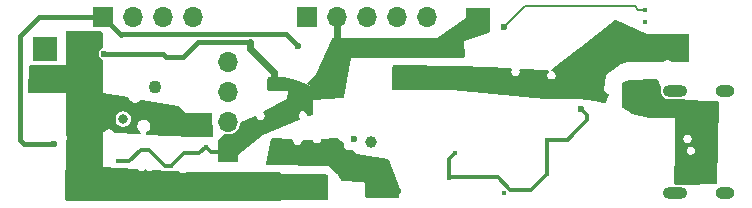
<source format=gbr>
%TF.GenerationSoftware,KiCad,Pcbnew,9.0.0*%
%TF.CreationDate,2025-05-19T18:24:25+02:00*%
%TF.ProjectId,CYPD3177_3.3V_V2_+_OLED,43595044-3331-4373-975f-332e33565f56,rev?*%
%TF.SameCoordinates,Original*%
%TF.FileFunction,Copper,L3,Inr*%
%TF.FilePolarity,Positive*%
%FSLAX46Y46*%
G04 Gerber Fmt 4.6, Leading zero omitted, Abs format (unit mm)*
G04 Created by KiCad (PCBNEW 9.0.0) date 2025-05-19 18:24:25*
%MOMM*%
%LPD*%
G01*
G04 APERTURE LIST*
G04 Aperture macros list*
%AMRoundRect*
0 Rectangle with rounded corners*
0 $1 Rounding radius*
0 $2 $3 $4 $5 $6 $7 $8 $9 X,Y pos of 4 corners*
0 Add a 4 corners polygon primitive as box body*
4,1,4,$2,$3,$4,$5,$6,$7,$8,$9,$2,$3,0*
0 Add four circle primitives for the rounded corners*
1,1,$1+$1,$2,$3*
1,1,$1+$1,$4,$5*
1,1,$1+$1,$6,$7*
1,1,$1+$1,$8,$9*
0 Add four rect primitives between the rounded corners*
20,1,$1+$1,$2,$3,$4,$5,0*
20,1,$1+$1,$4,$5,$6,$7,0*
20,1,$1+$1,$6,$7,$8,$9,0*
20,1,$1+$1,$8,$9,$2,$3,0*%
G04 Aperture macros list end*
%TA.AperFunction,ComponentPad*%
%ADD10C,0.800000*%
%TD*%
%TA.AperFunction,ComponentPad*%
%ADD11C,1.100000*%
%TD*%
%TA.AperFunction,ComponentPad*%
%ADD12R,1.700000X1.700000*%
%TD*%
%TA.AperFunction,ComponentPad*%
%ADD13O,1.700000X1.700000*%
%TD*%
%TA.AperFunction,ComponentPad*%
%ADD14RoundRect,0.250001X-0.799999X0.799999X-0.799999X-0.799999X0.799999X-0.799999X0.799999X0.799999X0*%
%TD*%
%TA.AperFunction,ComponentPad*%
%ADD15C,2.100000*%
%TD*%
%TA.AperFunction,ComponentPad*%
%ADD16C,0.650000*%
%TD*%
%TA.AperFunction,HeatsinkPad*%
%ADD17O,2.100000X1.000000*%
%TD*%
%TA.AperFunction,HeatsinkPad*%
%ADD18O,1.600000X1.000000*%
%TD*%
%TA.AperFunction,ViaPad*%
%ADD19C,1.000000*%
%TD*%
%TA.AperFunction,ViaPad*%
%ADD20C,0.600000*%
%TD*%
%TA.AperFunction,ViaPad*%
%ADD21C,0.400000*%
%TD*%
%TA.AperFunction,Conductor*%
%ADD22C,0.400000*%
%TD*%
%TA.AperFunction,Conductor*%
%ADD23C,0.300000*%
%TD*%
%TA.AperFunction,Conductor*%
%ADD24C,0.600000*%
%TD*%
%TA.AperFunction,Conductor*%
%ADD25C,0.200000*%
%TD*%
G04 APERTURE END LIST*
D10*
%TO.N,*%
%TO.C,SW1*%
X109616497Y-89933503D03*
D11*
X112303503Y-87246497D03*
%TD*%
D12*
%TO.N,/Logic/UPDI*%
%TO.C,J7*%
X125215000Y-81260000D03*
D13*
%TO.N,+5V*%
X127755000Y-81260000D03*
%TO.N,GND*%
X130295000Y-81260000D03*
%TO.N,/Logic/RX*%
X132835000Y-81260000D03*
%TO.N,/Logic/TX*%
X135375000Y-81260000D03*
%TD*%
D14*
%TO.N,GND*%
%TO.C,J2*%
X103000000Y-84000000D03*
D15*
%TO.N,/Logic/Rail_2*%
X103000000Y-86540000D03*
%TD*%
D16*
%TO.N,/Power/VBUS*%
%TO.C,J1*%
X156865000Y-94750000D03*
X156865000Y-88970000D03*
D17*
%TO.N,GND*%
X156365000Y-96180000D03*
D18*
X160545000Y-96180000D03*
D17*
X156365000Y-87540000D03*
D18*
X160545000Y-87540000D03*
%TD*%
D12*
%TO.N,+5V*%
%TO.C,J5*%
X118500000Y-92700000D03*
D13*
%TO.N,GND*%
X118500000Y-90160000D03*
%TO.N,/Logic/SCL*%
X118500000Y-87620000D03*
%TO.N,/Logic/SDA*%
X118500000Y-85080000D03*
%TD*%
D12*
%TO.N,+3.3V*%
%TO.C,J8*%
X107920000Y-81290000D03*
D13*
%TO.N,GND*%
X110460000Y-81290000D03*
%TO.N,/Logic/SCL_3.3v*%
X113000000Y-81290000D03*
%TO.N,/Logic/SDA_3.3v*%
X115540000Y-81290000D03*
%TD*%
D19*
%TO.N,/Logic/Rail_2*%
X106280000Y-85450000D03*
X106300000Y-90510000D03*
D20*
X115830000Y-89820000D03*
%TO.N,+3.3V*%
X103750000Y-92050000D03*
D19*
%TO.N,/Logic/Rail_2_IN*%
X130970000Y-95746000D03*
X132170000Y-95746000D03*
X122720000Y-92120000D03*
%TO.N,/Logic/Rail_2*%
X106310000Y-88000000D03*
%TO.N,/Logic/Rail_2_IN*%
X122400000Y-93160000D03*
D20*
%TO.N,+5V*%
X128400000Y-84250000D03*
D19*
%TO.N,/Power/VBUS_Finale*%
X151400000Y-82200000D03*
D21*
%TO.N,+5V*%
X137170000Y-94900000D03*
D19*
X139700000Y-81225000D03*
D21*
X153800000Y-80680000D03*
D20*
X123000000Y-87030000D03*
D19*
%TO.N,/Power/VBUS_Finale*%
X150175000Y-88050000D03*
D21*
%TO.N,+5V*%
X116620000Y-92275000D03*
D20*
%TO.N,/Logic/Rail_2*%
X116790000Y-89860000D03*
D19*
X105700000Y-82950000D03*
D21*
%TO.N,+5V*%
X145530000Y-91670000D03*
D20*
X141850000Y-82150000D03*
D19*
%TO.N,/Power/VBUS_Finale*%
X156870000Y-83970000D03*
D20*
%TO.N,+5V*%
X139720000Y-82130000D03*
D19*
%TO.N,/Power/VBUS_Finale*%
X135040000Y-86560000D03*
D20*
%TO.N,+5V*%
X122350000Y-86990000D03*
D19*
%TO.N,/Logic/Rail_2*%
X126400000Y-96120000D03*
D20*
%TO.N,+5V*%
X148400000Y-89100396D03*
%TO.N,GND*%
X129150000Y-91650000D03*
D19*
%TO.N,/Power/VBUS*%
X153375000Y-88550000D03*
X153596017Y-87156548D03*
X159000000Y-93750000D03*
D21*
%TO.N,+5V*%
X137680000Y-92800000D03*
D20*
X108025000Y-84400000D03*
D21*
%TO.N,/Logic/Buck_Status*%
X141838905Y-96168203D03*
D19*
%TO.N,/Power/VBUS*%
X158210000Y-88950000D03*
%TO.N,/Logic/Rail_2*%
X106300000Y-93070000D03*
D20*
%TO.N,+5V*%
X129975000Y-84200000D03*
%TO.N,/Logic/Rail_2*%
X125680000Y-95250000D03*
D21*
%TO.N,+5V*%
X109175000Y-93525000D03*
D20*
X125400000Y-87755200D03*
D19*
%TO.N,/Power/VBUS*%
X158230000Y-90070000D03*
%TO.N,GND*%
X130600000Y-91850000D03*
D20*
%TO.N,+3.3V*%
X124380000Y-83760000D03*
D19*
%TO.N,/Logic/Rail_2*%
X125270000Y-96130000D03*
%TO.N,/Power/VBUS_Finale*%
X133280000Y-86510000D03*
D20*
%TO.N,/Logic/Rail_2_IN*%
X123430000Y-93150000D03*
D19*
%TO.N,/Logic/Rail_2*%
X116075000Y-90950000D03*
D20*
%TO.N,/Power/VBUS*%
X152670000Y-87020000D03*
D19*
X158500000Y-94900000D03*
D21*
%TO.N,+5V*%
X113670000Y-93925000D03*
%TO.N,/Logic/Buck_Status*%
X153800000Y-81700000D03*
%TO.N,+5V*%
X120380000Y-83440000D03*
D19*
%TO.N,/Power/VBUS_Finale*%
X154380000Y-83970000D03*
D20*
%TO.N,/Logic/Rail_2_IN*%
X132900000Y-96050000D03*
D21*
%TO.N,+5V*%
X145510000Y-94580000D03*
%TD*%
D22*
%TO.N,+3.3V*%
X101225000Y-92050000D02*
X103750000Y-92050000D01*
X109469000Y-82839000D02*
X109569000Y-82739000D01*
X107920000Y-81290000D02*
X109469000Y-82839000D01*
D23*
%TO.N,+5V*%
X145510000Y-94580000D02*
X144140000Y-95950000D01*
X117045000Y-92700000D02*
X116620000Y-92275000D01*
X148901000Y-90007920D02*
X147729460Y-91179460D01*
X137184909Y-94885091D02*
X137170000Y-94900000D01*
X142398521Y-95950000D02*
X141333612Y-94885091D01*
X113175000Y-93925000D02*
X111769000Y-92519000D01*
X111121768Y-92519000D02*
X110115768Y-93525000D01*
D24*
X120370000Y-83450000D02*
X120380000Y-83440000D01*
X122350000Y-85950000D02*
X120380000Y-83980000D01*
X127755000Y-81260000D02*
X127755000Y-83605000D01*
X120380000Y-83980000D02*
X120380000Y-83440000D01*
D23*
X148901000Y-89592878D02*
X148901000Y-90007920D01*
D25*
X153800000Y-80680000D02*
X153209759Y-80680000D01*
D23*
X147729460Y-91179460D02*
X147238920Y-91670000D01*
X137170000Y-94900000D02*
X137170000Y-93310000D01*
D24*
X122350000Y-86990000D02*
X122350000Y-85950000D01*
D23*
X144140000Y-95950000D02*
X142398521Y-95950000D01*
X118500000Y-92700000D02*
X117045000Y-92700000D01*
X110115768Y-93525000D02*
X109175000Y-93525000D01*
D22*
X114674000Y-84701000D02*
X115935000Y-83440000D01*
D23*
X148408518Y-89100396D02*
X148901000Y-89592878D01*
X113670000Y-93925000D02*
X113175000Y-93925000D01*
D22*
X113251000Y-84701000D02*
X114674000Y-84701000D01*
D24*
X127755000Y-83605000D02*
X128400000Y-84250000D01*
D22*
%TO.N,+3.3V*%
X107920000Y-81290000D02*
X102485000Y-81290000D01*
D23*
%TO.N,+5V*%
X145530000Y-94560000D02*
X145510000Y-94580000D01*
X111769000Y-92519000D02*
X111121768Y-92519000D01*
D22*
%TO.N,+3.3V*%
X123359000Y-82739000D02*
X124380000Y-83760000D01*
X109569000Y-82739000D02*
X123359000Y-82739000D01*
D23*
%TO.N,+5V*%
X145530000Y-91670000D02*
X145530000Y-94560000D01*
D22*
X108025000Y-84400000D02*
X112950000Y-84400000D01*
%TO.N,+3.3V*%
X100900000Y-91725000D02*
X101225000Y-92050000D01*
D25*
%TO.N,+5V*%
X153209759Y-80680000D02*
X152929759Y-80400000D01*
X152929759Y-80400000D02*
X143600000Y-80400000D01*
D22*
%TO.N,+3.3V*%
X102485000Y-81290000D02*
X100900000Y-82875000D01*
%TO.N,+5V*%
X115935000Y-83440000D02*
X120380000Y-83440000D01*
D23*
X137170000Y-93310000D02*
X137680000Y-92800000D01*
X116620000Y-92275000D02*
X116069000Y-92826000D01*
D25*
X143600000Y-80400000D02*
X141850000Y-82150000D01*
D23*
X141333612Y-94885091D02*
X137184909Y-94885091D01*
X147238920Y-91670000D02*
X145530000Y-91670000D01*
D22*
X112950000Y-84400000D02*
X113251000Y-84701000D01*
D23*
X148400000Y-89100396D02*
X148408518Y-89100396D01*
D22*
%TO.N,+3.3V*%
X100900000Y-82875000D02*
X100900000Y-91725000D01*
D23*
%TO.N,+5V*%
X116069000Y-92826000D02*
X114769000Y-92826000D01*
X114769000Y-92826000D02*
X113670000Y-93925000D01*
X137220000Y-94950000D02*
X137170000Y-94900000D01*
%TD*%
%TA.AperFunction,Conductor*%
%TO.N,+5V*%
G36*
X140633519Y-80519685D02*
G01*
X140679274Y-80572489D01*
X140690433Y-80627412D01*
X140638586Y-82511159D01*
X140617064Y-82577631D01*
X140563022Y-82621916D01*
X140553845Y-82625384D01*
X138500000Y-83310000D01*
X138499999Y-83310000D01*
X138516217Y-84614459D01*
X138497368Y-84681738D01*
X138445137Y-84728145D01*
X138392227Y-84740000D01*
X128888823Y-84740000D01*
X128277588Y-88054619D01*
X128246072Y-88116977D01*
X128185846Y-88152398D01*
X128163191Y-88155902D01*
X125803772Y-88299770D01*
X125796225Y-88300000D01*
X125700000Y-88300000D01*
X125700000Y-87200000D01*
X125175813Y-87010208D01*
X125970000Y-86120000D01*
X127257689Y-83144655D01*
X127302382Y-83090951D01*
X127369015Y-83069933D01*
X127371329Y-83069908D01*
X136150000Y-83060000D01*
X138610000Y-81376149D01*
X138610000Y-80624000D01*
X138629685Y-80556961D01*
X138682489Y-80511206D01*
X138734000Y-80500000D01*
X140566480Y-80500000D01*
X140633519Y-80519685D01*
G37*
%TD.AperFunction*%
%TD*%
%TA.AperFunction,Conductor*%
%TO.N,/Power/VBUS_Finale*%
G36*
X151368073Y-81530825D02*
G01*
X153950000Y-82700000D01*
X157401000Y-82700000D01*
X157468039Y-82719685D01*
X157513794Y-82772489D01*
X157525000Y-82824000D01*
X157525000Y-84976000D01*
X157505315Y-85043039D01*
X157452511Y-85088794D01*
X157401000Y-85100000D01*
X156109176Y-85100000D01*
X156042137Y-85080315D01*
X156021495Y-85063681D01*
X156007316Y-85049502D01*
X156007314Y-85049500D01*
X155950250Y-85016554D01*
X155893187Y-84983608D01*
X155829539Y-84966554D01*
X155765892Y-84949500D01*
X155634108Y-84949500D01*
X155506812Y-84983608D01*
X155392686Y-85049500D01*
X155392683Y-85049502D01*
X155378505Y-85063681D01*
X155317182Y-85097166D01*
X155290824Y-85100000D01*
X152274748Y-85100000D01*
X151800000Y-85300000D01*
X151799998Y-85300000D01*
X151799996Y-85300002D01*
X150499999Y-86200000D01*
X150349999Y-87499999D01*
X150350000Y-87500000D01*
X150684535Y-87792719D01*
X150722025Y-87851679D01*
X150721687Y-87921547D01*
X150718420Y-87931054D01*
X150487298Y-88524268D01*
X150444619Y-88579587D01*
X150378808Y-88603051D01*
X150349004Y-88601147D01*
X149536572Y-88449493D01*
X148200000Y-88200000D01*
X148199996Y-88200000D01*
X148199991Y-88199999D01*
X145366219Y-88209978D01*
X145353813Y-88209400D01*
X137420001Y-87440000D01*
X137419992Y-87439999D01*
X132526569Y-87517982D01*
X132459224Y-87499368D01*
X132412634Y-87447300D01*
X132400594Y-87393416D01*
X132405069Y-86440205D01*
X132409414Y-85514701D01*
X132429413Y-85447757D01*
X132482432Y-85402250D01*
X132534697Y-85391292D01*
X138197953Y-85449978D01*
X138202004Y-85450087D01*
X142384424Y-85632171D01*
X142450543Y-85654753D01*
X142493958Y-85709497D01*
X142500884Y-85779023D01*
X142498805Y-85788147D01*
X142482098Y-85850500D01*
X142474500Y-85878856D01*
X142474500Y-85971144D01*
X142484856Y-86009794D01*
X142498387Y-86060290D01*
X142498388Y-86060293D01*
X142544526Y-86140205D01*
X142544529Y-86140209D01*
X142544531Y-86140212D01*
X142609788Y-86205469D01*
X142609791Y-86205470D01*
X142609794Y-86205473D01*
X142689706Y-86251611D01*
X142689707Y-86251611D01*
X142689712Y-86251614D01*
X142778856Y-86275500D01*
X142778858Y-86275500D01*
X142871142Y-86275500D01*
X142871144Y-86275500D01*
X142960288Y-86251614D01*
X143040212Y-86205469D01*
X143105469Y-86140212D01*
X143151614Y-86060288D01*
X143175500Y-85971144D01*
X143175500Y-85878856D01*
X143161722Y-85827435D01*
X143163384Y-85757588D01*
X143202545Y-85699725D01*
X143266774Y-85672220D01*
X143286878Y-85671460D01*
X145540883Y-85769589D01*
X145606998Y-85792170D01*
X145650413Y-85846914D01*
X145657339Y-85916440D01*
X145625577Y-85978673D01*
X145623168Y-85981151D01*
X145594531Y-86009788D01*
X145594526Y-86009794D01*
X145548388Y-86089706D01*
X145548387Y-86089709D01*
X145548386Y-86089711D01*
X145548386Y-86089712D01*
X145534855Y-86140212D01*
X145524500Y-86178856D01*
X145524500Y-86271143D01*
X145548387Y-86360290D01*
X145548388Y-86360293D01*
X145594526Y-86440205D01*
X145594529Y-86440209D01*
X145594531Y-86440212D01*
X145659788Y-86505469D01*
X145659791Y-86505470D01*
X145659794Y-86505473D01*
X145739706Y-86551611D01*
X145739707Y-86551611D01*
X145739712Y-86551614D01*
X145828856Y-86575500D01*
X145828858Y-86575500D01*
X145921142Y-86575500D01*
X145921144Y-86575500D01*
X146010288Y-86551614D01*
X146090212Y-86505469D01*
X146155469Y-86440212D01*
X146201614Y-86360288D01*
X146225500Y-86271144D01*
X146225500Y-86178856D01*
X146201614Y-86089712D01*
X146184626Y-86060288D01*
X146155473Y-86009794D01*
X146155470Y-86009791D01*
X146155469Y-86009788D01*
X146090212Y-85944531D01*
X146090209Y-85944529D01*
X146090205Y-85944526D01*
X146010293Y-85898388D01*
X146010290Y-85898387D01*
X146010289Y-85898386D01*
X146010288Y-85898386D01*
X145967015Y-85886791D01*
X145907356Y-85850427D01*
X145876827Y-85787580D01*
X145885122Y-85718205D01*
X145923129Y-85669023D01*
X148078458Y-83997861D01*
X148122344Y-83976083D01*
X148133081Y-83973207D01*
X148224407Y-83920480D01*
X148298974Y-83845913D01*
X148306698Y-83832534D01*
X148338099Y-83796546D01*
X151240944Y-81545789D01*
X151305984Y-81520268D01*
X151368073Y-81530825D01*
G37*
%TD.AperFunction*%
%TD*%
%TA.AperFunction,Conductor*%
%TO.N,/Logic/Rail_2*%
G36*
X107747767Y-82524681D02*
G01*
X107814614Y-82545007D01*
X107859861Y-82598247D01*
X107870578Y-82648627D01*
X107871041Y-83839320D01*
X107851382Y-83906367D01*
X107809042Y-83946755D01*
X107717686Y-83999500D01*
X107717683Y-83999502D01*
X107624502Y-84092683D01*
X107624500Y-84092686D01*
X107558608Y-84206812D01*
X107524500Y-84334108D01*
X107524500Y-84465891D01*
X107558608Y-84593187D01*
X107591554Y-84650250D01*
X107624500Y-84707314D01*
X107717686Y-84800500D01*
X107809478Y-84853496D01*
X107857694Y-84904063D01*
X107871478Y-84960835D01*
X107872537Y-87677511D01*
X107872565Y-87750422D01*
X107870000Y-87750000D01*
X104750000Y-87750000D01*
X104780000Y-90860000D01*
X107873845Y-91038768D01*
X107874999Y-93999999D01*
X107875000Y-94000000D01*
X110775491Y-94151659D01*
X110841407Y-94174816D01*
X110857613Y-94190529D01*
X110858274Y-94189869D01*
X110864021Y-94195616D01*
X110929278Y-94260873D01*
X110929281Y-94260874D01*
X110929284Y-94260877D01*
X111009196Y-94307015D01*
X111009197Y-94307015D01*
X111009202Y-94307018D01*
X111098346Y-94330904D01*
X111098348Y-94330904D01*
X111190632Y-94330904D01*
X111190634Y-94330904D01*
X111279778Y-94307018D01*
X111359702Y-94260873D01*
X111393515Y-94227060D01*
X111454838Y-94193575D01*
X111524530Y-94198559D01*
X111568877Y-94227060D01*
X111592288Y-94250471D01*
X111592291Y-94250472D01*
X111592294Y-94250475D01*
X111672206Y-94296613D01*
X111672207Y-94296613D01*
X111672212Y-94296616D01*
X111761356Y-94320502D01*
X111761358Y-94320502D01*
X111853642Y-94320502D01*
X111853644Y-94320502D01*
X111942788Y-94296616D01*
X112022712Y-94250471D01*
X112022714Y-94250468D01*
X112023956Y-94249516D01*
X112025197Y-94249035D01*
X112029751Y-94246407D01*
X112030160Y-94247116D01*
X112089124Y-94224319D01*
X112106773Y-94224105D01*
X113560326Y-94310241D01*
X113617273Y-94325500D01*
X113722727Y-94325500D01*
X113739948Y-94320885D01*
X114346932Y-94356855D01*
X114412687Y-94380470D01*
X114427275Y-94392956D01*
X114464788Y-94430469D01*
X114464791Y-94430470D01*
X114464794Y-94430473D01*
X114544706Y-94476611D01*
X114544707Y-94476611D01*
X114544712Y-94476614D01*
X114633856Y-94500500D01*
X114633858Y-94500500D01*
X114726142Y-94500500D01*
X114726144Y-94500500D01*
X114815288Y-94476614D01*
X114895212Y-94430469D01*
X114895218Y-94430462D01*
X114901658Y-94425522D01*
X114902573Y-94426714D01*
X114955935Y-94397563D01*
X114989642Y-94394941D01*
X115075000Y-94400000D01*
X122836970Y-94429569D01*
X122903933Y-94449509D01*
X122949487Y-94502487D01*
X122960496Y-94553068D01*
X122960790Y-94626232D01*
X122960791Y-94626231D01*
X122969505Y-96787312D01*
X122969504Y-96787313D01*
X122964409Y-96792441D01*
X122950041Y-96842117D01*
X122897423Y-96888085D01*
X122845456Y-96899500D01*
X113600501Y-96899500D01*
X104844267Y-96889687D01*
X104777250Y-96869927D01*
X104731554Y-96817072D01*
X104720407Y-96765284D01*
X104736673Y-91809961D01*
X104756577Y-91742988D01*
X104772985Y-91722695D01*
X104780469Y-91715212D01*
X104826614Y-91635288D01*
X104850500Y-91546144D01*
X104850500Y-91453856D01*
X104826614Y-91364712D01*
X104826611Y-91364706D01*
X104780473Y-91284794D01*
X104780470Y-91284791D01*
X104780469Y-91284788D01*
X104775021Y-91279340D01*
X104741536Y-91218017D01*
X104738704Y-91191263D01*
X104750000Y-87750000D01*
X104749999Y-87750000D01*
X101676666Y-87750000D01*
X101609627Y-87730315D01*
X101563872Y-87677511D01*
X101552694Y-87623362D01*
X101597389Y-85522712D01*
X101618495Y-85456107D01*
X101672261Y-85411485D01*
X101719257Y-85401368D01*
X104750000Y-85350000D01*
X104740825Y-82621469D01*
X104760284Y-82554366D01*
X104812934Y-82508433D01*
X104866007Y-82497060D01*
X107747767Y-82524681D01*
G37*
%TD.AperFunction*%
%TD*%
%TA.AperFunction,Conductor*%
%TO.N,/Logic/Rail_2*%
G36*
X126874306Y-94639771D02*
G01*
X126920143Y-94692503D01*
X126931422Y-94742755D01*
X126953549Y-96652100D01*
X126934642Y-96719363D01*
X126882372Y-96765727D01*
X126829871Y-96777537D01*
X122969505Y-96787312D01*
X122960791Y-94626234D01*
X126807237Y-94620192D01*
X126874306Y-94639771D01*
G37*
%TD.AperFunction*%
%TD*%
%TA.AperFunction,Conductor*%
%TO.N,/Power/VBUS*%
G36*
X154857075Y-86595248D02*
G01*
X154904440Y-86646612D01*
X154907815Y-86654041D01*
X155146366Y-87228640D01*
X155153891Y-87298103D01*
X155146406Y-87323634D01*
X155141419Y-87335674D01*
X155114500Y-87471004D01*
X155114500Y-87471007D01*
X155114500Y-87608993D01*
X155114500Y-87608995D01*
X155114499Y-87608995D01*
X155141418Y-87744322D01*
X155141421Y-87744332D01*
X155194221Y-87871804D01*
X155194228Y-87871817D01*
X155270885Y-87986541D01*
X155270888Y-87986545D01*
X155368454Y-88084111D01*
X155368458Y-88084114D01*
X155483182Y-88160771D01*
X155483195Y-88160778D01*
X155610667Y-88213578D01*
X155610672Y-88213580D01*
X155610676Y-88213580D01*
X155610677Y-88213581D01*
X155746004Y-88240500D01*
X156597937Y-88240500D01*
X156607235Y-88240848D01*
X158870226Y-88411033D01*
X158825000Y-90800000D01*
X156425000Y-89875000D01*
X156348816Y-89875000D01*
X156348815Y-89875000D01*
X154581511Y-89875000D01*
X154568530Y-89874319D01*
X154108144Y-89825857D01*
X154092030Y-89823076D01*
X152668191Y-89479391D01*
X152633918Y-89465438D01*
X151890632Y-89023532D01*
X151843067Y-88972353D01*
X151830000Y-88916947D01*
X151830000Y-86923120D01*
X151849685Y-86856081D01*
X151902489Y-86810326D01*
X151919423Y-86804038D01*
X152434940Y-86654372D01*
X152465673Y-86649515D01*
X154789461Y-86577645D01*
X154857075Y-86595248D01*
G37*
%TD.AperFunction*%
%TD*%
%TA.AperFunction,Conductor*%
%TO.N,+5V*%
G36*
X125685435Y-88300000D02*
G01*
X125680355Y-89468160D01*
X125660379Y-89535113D01*
X125607376Y-89580638D01*
X125604609Y-89581847D01*
X125347753Y-89690352D01*
X125278338Y-89698307D01*
X125215641Y-89667470D01*
X125179569Y-89607632D01*
X125176887Y-89586872D01*
X125176561Y-89586916D01*
X125175500Y-89578863D01*
X125175500Y-89578856D01*
X125151614Y-89489712D01*
X125139171Y-89468160D01*
X125105473Y-89409794D01*
X125105470Y-89409791D01*
X125105469Y-89409788D01*
X125040212Y-89344531D01*
X125040209Y-89344529D01*
X125040205Y-89344526D01*
X124960293Y-89298388D01*
X124960290Y-89298387D01*
X124960289Y-89298386D01*
X124960288Y-89298386D01*
X124871144Y-89274500D01*
X124778856Y-89274500D01*
X124689712Y-89298386D01*
X124689711Y-89298386D01*
X124689709Y-89298387D01*
X124689706Y-89298388D01*
X124609794Y-89344526D01*
X124609785Y-89344533D01*
X124544533Y-89409785D01*
X124544526Y-89409794D01*
X124498388Y-89489706D01*
X124498387Y-89489709D01*
X124498386Y-89489711D01*
X124498386Y-89489712D01*
X124474500Y-89578856D01*
X124474500Y-89671144D01*
X124492100Y-89736829D01*
X124498387Y-89760290D01*
X124498388Y-89760293D01*
X124544526Y-89840205D01*
X124544533Y-89840214D01*
X124547481Y-89843162D01*
X124549172Y-89846260D01*
X124549478Y-89846658D01*
X124549415Y-89846705D01*
X124580966Y-89904485D01*
X124575982Y-89974177D01*
X124534110Y-90030110D01*
X124508053Y-90045069D01*
X121490001Y-91319998D01*
X121490000Y-91319999D01*
X119299999Y-92980000D01*
X119307183Y-93303245D01*
X119288993Y-93370705D01*
X119237219Y-93417622D01*
X119183214Y-93430000D01*
X117734000Y-93430000D01*
X117666961Y-93410315D01*
X117621206Y-93357511D01*
X117610000Y-93306000D01*
X117610000Y-91791425D01*
X117629685Y-91724386D01*
X117658863Y-91692782D01*
X118269218Y-91227900D01*
X118334472Y-91202942D01*
X118368536Y-91204930D01*
X118396535Y-91210500D01*
X118603466Y-91210500D01*
X118603467Y-91210499D01*
X118806420Y-91170130D01*
X118997598Y-91090941D01*
X119169655Y-90975977D01*
X119315977Y-90829655D01*
X119430941Y-90657598D01*
X119510130Y-90466420D01*
X119540653Y-90312968D01*
X119573036Y-90251061D01*
X119606360Y-90226484D01*
X120731486Y-89658239D01*
X120800196Y-89645588D01*
X120864843Y-89672094D01*
X120904896Y-89729344D01*
X120907157Y-89736829D01*
X120923385Y-89797391D01*
X120923388Y-89797398D01*
X120969526Y-89877310D01*
X120969529Y-89877314D01*
X120969531Y-89877317D01*
X121034788Y-89942574D01*
X121034791Y-89942575D01*
X121034794Y-89942578D01*
X121114706Y-89988716D01*
X121114707Y-89988716D01*
X121114712Y-89988719D01*
X121203856Y-90012605D01*
X121203858Y-90012605D01*
X121296142Y-90012605D01*
X121296144Y-90012605D01*
X121385288Y-89988719D01*
X121465212Y-89942574D01*
X121530469Y-89877317D01*
X121576614Y-89797393D01*
X121600500Y-89708249D01*
X121600500Y-89615961D01*
X121576614Y-89526817D01*
X121576611Y-89526811D01*
X121530473Y-89446899D01*
X121530470Y-89446896D01*
X121530469Y-89446893D01*
X121523913Y-89440337D01*
X121490428Y-89379014D01*
X121495412Y-89309322D01*
X121537284Y-89253389D01*
X121555682Y-89241978D01*
X123500000Y-88260000D01*
X123535010Y-87559798D01*
X123550000Y-87260000D01*
X125690000Y-87250000D01*
X125685435Y-88300000D01*
G37*
%TD.AperFunction*%
%TD*%
%TA.AperFunction,Conductor*%
%TO.N,+5V*%
G36*
X123307296Y-86384904D02*
G01*
X123523450Y-86446202D01*
X123955757Y-86568797D01*
X123964142Y-86571500D01*
X124471352Y-86755144D01*
X125700000Y-87200000D01*
X125700000Y-88300000D01*
X125685435Y-88300000D01*
X125690000Y-87250000D01*
X123550000Y-87260000D01*
X123535010Y-87559798D01*
X123535009Y-87559798D01*
X123535010Y-87559797D01*
X121936135Y-87538338D01*
X121869366Y-87517755D01*
X121824323Y-87464342D01*
X121813818Y-87412174D01*
X121829515Y-86517400D01*
X121850373Y-86450718D01*
X121903971Y-86405896D01*
X121952050Y-86395585D01*
X123272025Y-86380209D01*
X123307296Y-86384904D01*
G37*
%TD.AperFunction*%
%TD*%
%TA.AperFunction,Conductor*%
%TO.N,/Logic/Rail_2_IN*%
G36*
X127731123Y-91558450D02*
G01*
X127747013Y-91569051D01*
X128019911Y-91783244D01*
X128278238Y-91986001D01*
X128318820Y-92042877D01*
X128322210Y-92112665D01*
X128321455Y-92115629D01*
X128320007Y-92121031D01*
X128320007Y-92121036D01*
X128320007Y-92226490D01*
X128347300Y-92328350D01*
X128400027Y-92419676D01*
X128474594Y-92494243D01*
X128565920Y-92546970D01*
X128667780Y-92574263D01*
X128667782Y-92574263D01*
X128773232Y-92574263D01*
X128773234Y-92574263D01*
X128875094Y-92546970D01*
X128875101Y-92546965D01*
X128882608Y-92543858D01*
X128883688Y-92546465D01*
X128938248Y-92533208D01*
X129004284Y-92556036D01*
X129008931Y-92559510D01*
X129430000Y-92890000D01*
X132030773Y-93357554D01*
X132093271Y-93388790D01*
X132124841Y-93435805D01*
X132932153Y-95574409D01*
X132940141Y-95619057D01*
X132933798Y-96538804D01*
X132913652Y-96605706D01*
X132860533Y-96651096D01*
X132809262Y-96661948D01*
X130250130Y-96650820D01*
X130183177Y-96630844D01*
X130137652Y-96577842D01*
X130126673Y-96527821D01*
X130118984Y-95574409D01*
X130116883Y-95313846D01*
X129958709Y-95302394D01*
X128180068Y-95173624D01*
X128152226Y-95163211D01*
X128123574Y-95155269D01*
X128117628Y-95150273D01*
X128114625Y-95149150D01*
X128096558Y-95132569D01*
X127942029Y-94959611D01*
X127912044Y-94896504D01*
X127910500Y-94876996D01*
X127910500Y-94843858D01*
X127910500Y-94843856D01*
X127886614Y-94754712D01*
X127883605Y-94749500D01*
X127840473Y-94674794D01*
X127840470Y-94674791D01*
X127840469Y-94674788D01*
X127775212Y-94609531D01*
X127775209Y-94609529D01*
X127775205Y-94609526D01*
X127695293Y-94563388D01*
X127695290Y-94563387D01*
X127695289Y-94563386D01*
X127695288Y-94563386D01*
X127606144Y-94539500D01*
X127606143Y-94539500D01*
X127598294Y-94537397D01*
X127598689Y-94535922D01*
X127543149Y-94511351D01*
X127530764Y-94499296D01*
X127040000Y-93950000D01*
X127039999Y-93949999D01*
X121802514Y-93862546D01*
X121735812Y-93841745D01*
X121690945Y-93788184D01*
X121682158Y-93718869D01*
X121683633Y-93711238D01*
X122146880Y-91662257D01*
X122180863Y-91601211D01*
X122242457Y-91568227D01*
X122274679Y-91565794D01*
X123907354Y-91656163D01*
X123973202Y-91679522D01*
X124015969Y-91734774D01*
X124024500Y-91779973D01*
X124024500Y-91826144D01*
X124034420Y-91863167D01*
X124048387Y-91915290D01*
X124048388Y-91915293D01*
X124094526Y-91995205D01*
X124094529Y-91995209D01*
X124094531Y-91995212D01*
X124159788Y-92060469D01*
X124159791Y-92060470D01*
X124159794Y-92060473D01*
X124239706Y-92106611D01*
X124239707Y-92106611D01*
X124239712Y-92106614D01*
X124328856Y-92130500D01*
X124328858Y-92130500D01*
X124421142Y-92130500D01*
X124421144Y-92130500D01*
X124510288Y-92106614D01*
X124590212Y-92060469D01*
X124655469Y-91995212D01*
X124701614Y-91915288D01*
X124725500Y-91826144D01*
X124725500Y-91826135D01*
X124726561Y-91818084D01*
X124729615Y-91818486D01*
X124745185Y-91765462D01*
X124797989Y-91719707D01*
X124856354Y-91708691D01*
X124880000Y-91710000D01*
X125550054Y-91669749D01*
X125618149Y-91685377D01*
X125666988Y-91735343D01*
X125677258Y-91761427D01*
X125682228Y-91779973D01*
X125683105Y-91783247D01*
X125683106Y-91783248D01*
X125729244Y-91863160D01*
X125729247Y-91863164D01*
X125729249Y-91863167D01*
X125794506Y-91928424D01*
X125794509Y-91928425D01*
X125794512Y-91928428D01*
X125874424Y-91974566D01*
X125874425Y-91974566D01*
X125874430Y-91974569D01*
X125963574Y-91998455D01*
X125963576Y-91998455D01*
X126055860Y-91998455D01*
X126055862Y-91998455D01*
X126145006Y-91974569D01*
X126224930Y-91928424D01*
X126290187Y-91863167D01*
X126336332Y-91783243D01*
X126356972Y-91706209D01*
X126393335Y-91646552D01*
X126456182Y-91616022D01*
X126469291Y-91614530D01*
X127663027Y-91542821D01*
X127731123Y-91558450D01*
G37*
%TD.AperFunction*%
%TD*%
%TA.AperFunction,Conductor*%
%TO.N,/Power/VBUS*%
G36*
X159924982Y-88423810D02*
G01*
X159991828Y-88444131D01*
X160037079Y-88497368D01*
X160047780Y-88550005D01*
X159927148Y-95344373D01*
X159906277Y-95411053D01*
X159852669Y-95455863D01*
X159803961Y-95466169D01*
X157019514Y-95483975D01*
X156994534Y-95481596D01*
X156983996Y-95479500D01*
X156983993Y-95479500D01*
X156394647Y-95479500D01*
X156327608Y-95459815D01*
X156281853Y-95407011D01*
X156270660Y-95353731D01*
X156270794Y-95344373D01*
X156310459Y-92563856D01*
X157324502Y-92563856D01*
X157324502Y-92656143D01*
X157348389Y-92745290D01*
X157348390Y-92745293D01*
X157394528Y-92825205D01*
X157394531Y-92825209D01*
X157394533Y-92825212D01*
X157459790Y-92890469D01*
X157459793Y-92890470D01*
X157459796Y-92890473D01*
X157539708Y-92936611D01*
X157539709Y-92936611D01*
X157539714Y-92936614D01*
X157628858Y-92960500D01*
X157628860Y-92960500D01*
X157721144Y-92960500D01*
X157721146Y-92960500D01*
X157810290Y-92936614D01*
X157890214Y-92890469D01*
X157955471Y-92825212D01*
X158001616Y-92745288D01*
X158025502Y-92656144D01*
X158025502Y-92563856D01*
X158001616Y-92474712D01*
X158001613Y-92474706D01*
X157955475Y-92394794D01*
X157955472Y-92394791D01*
X157955471Y-92394788D01*
X157890214Y-92329531D01*
X157890211Y-92329529D01*
X157890207Y-92329526D01*
X157810295Y-92283388D01*
X157810292Y-92283387D01*
X157810291Y-92283386D01*
X157810290Y-92283386D01*
X157721146Y-92259500D01*
X157628858Y-92259500D01*
X157539714Y-92283386D01*
X157539713Y-92283386D01*
X157539711Y-92283387D01*
X157539708Y-92283388D01*
X157459796Y-92329526D01*
X157459787Y-92329533D01*
X157394535Y-92394785D01*
X157394528Y-92394794D01*
X157348390Y-92474706D01*
X157348389Y-92474709D01*
X157324502Y-92563856D01*
X156310459Y-92563856D01*
X156324724Y-91563856D01*
X157039500Y-91563856D01*
X157039500Y-91656143D01*
X157063387Y-91745290D01*
X157063388Y-91745293D01*
X157109526Y-91825205D01*
X157109529Y-91825209D01*
X157109531Y-91825212D01*
X157174788Y-91890469D01*
X157174791Y-91890470D01*
X157174794Y-91890473D01*
X157254706Y-91936611D01*
X157254707Y-91936611D01*
X157254712Y-91936614D01*
X157343856Y-91960500D01*
X157343858Y-91960500D01*
X157436142Y-91960500D01*
X157436144Y-91960500D01*
X157525288Y-91936614D01*
X157605212Y-91890469D01*
X157670469Y-91825212D01*
X157716614Y-91745288D01*
X157740500Y-91656144D01*
X157740500Y-91563856D01*
X157716614Y-91474712D01*
X157716611Y-91474706D01*
X157670473Y-91394794D01*
X157670470Y-91394791D01*
X157670469Y-91394788D01*
X157605212Y-91329531D01*
X157605209Y-91329529D01*
X157605205Y-91329526D01*
X157525293Y-91283388D01*
X157525290Y-91283387D01*
X157525289Y-91283386D01*
X157525288Y-91283386D01*
X157436144Y-91259500D01*
X157343856Y-91259500D01*
X157254712Y-91283386D01*
X157254711Y-91283386D01*
X157254709Y-91283387D01*
X157254706Y-91283388D01*
X157174794Y-91329526D01*
X157174785Y-91329533D01*
X157109533Y-91394785D01*
X157109526Y-91394794D01*
X157063388Y-91474706D01*
X157063387Y-91474709D01*
X157039500Y-91563856D01*
X156324724Y-91563856D01*
X156348816Y-89875000D01*
X156425000Y-89875000D01*
X158825000Y-90800000D01*
X158870174Y-88413778D01*
X159924982Y-88423810D01*
G37*
%TD.AperFunction*%
%TD*%
%TA.AperFunction,Conductor*%
%TO.N,/Logic/Rail_2*%
G36*
X110004448Y-88101280D02*
G01*
X110067398Y-88131589D01*
X110103970Y-88191122D01*
X110104082Y-88191537D01*
X110107015Y-88202483D01*
X110107017Y-88202488D01*
X110179488Y-88328011D01*
X110179490Y-88328013D01*
X110179491Y-88328015D01*
X110281985Y-88430509D01*
X110281986Y-88430510D01*
X110281988Y-88430511D01*
X110407511Y-88502982D01*
X110407512Y-88502982D01*
X110407515Y-88502984D01*
X110547525Y-88540500D01*
X110547528Y-88540500D01*
X110692472Y-88540500D01*
X110692475Y-88540500D01*
X110832485Y-88502984D01*
X110958015Y-88430509D01*
X111060509Y-88328015D01*
X111060511Y-88328010D01*
X111060949Y-88327573D01*
X111122272Y-88294088D01*
X111168764Y-88292900D01*
X114213389Y-88793974D01*
X114276341Y-88824284D01*
X114277243Y-88825107D01*
X114938600Y-89434600D01*
X117032361Y-89425082D01*
X117099487Y-89444462D01*
X117145481Y-89497057D01*
X117156876Y-89545694D01*
X117206498Y-91361860D01*
X117188652Y-91429412D01*
X117137117Y-91476592D01*
X117081815Y-91489245D01*
X115513221Y-91480018D01*
X115506797Y-91479814D01*
X111638300Y-91256285D01*
X111572508Y-91232766D01*
X111529875Y-91177410D01*
X111523938Y-91107793D01*
X111556580Y-91046018D01*
X111583450Y-91025106D01*
X111678015Y-90970509D01*
X111780509Y-90868015D01*
X111852984Y-90742485D01*
X111890500Y-90602475D01*
X111890500Y-90457525D01*
X111852984Y-90317515D01*
X111780509Y-90191985D01*
X111678015Y-90089491D01*
X111678013Y-90089490D01*
X111678011Y-90089488D01*
X111552488Y-90017017D01*
X111552489Y-90017017D01*
X111541006Y-90013940D01*
X111412475Y-89979500D01*
X111267525Y-89979500D01*
X111138993Y-90013940D01*
X111127511Y-90017017D01*
X111001988Y-90089488D01*
X111001982Y-90089493D01*
X110899493Y-90191982D01*
X110899488Y-90191988D01*
X110827017Y-90317511D01*
X110827016Y-90317515D01*
X110789500Y-90457525D01*
X110789500Y-90602475D01*
X110827016Y-90742485D01*
X110827017Y-90742488D01*
X110899488Y-90868011D01*
X110899490Y-90868013D01*
X110899491Y-90868015D01*
X111001985Y-90970509D01*
X111028607Y-90985879D01*
X111076822Y-91036447D01*
X111090044Y-91105054D01*
X111064076Y-91169919D01*
X111007161Y-91210446D01*
X110959453Y-91217060D01*
X108896924Y-91097883D01*
X108831132Y-91074364D01*
X108796690Y-91036089D01*
X108760489Y-90973387D01*
X108676613Y-90889511D01*
X108573886Y-90830201D01*
X108459309Y-90799500D01*
X108340691Y-90799500D01*
X108226114Y-90830201D01*
X108226112Y-90830201D01*
X108226112Y-90830202D01*
X108123387Y-90889510D01*
X108039510Y-90973387D01*
X108035853Y-90979722D01*
X107985283Y-91027935D01*
X107921318Y-91041510D01*
X107873846Y-91038767D01*
X107873845Y-91038767D01*
X104780000Y-90860000D01*
X104771681Y-89997574D01*
X108965996Y-89997574D01*
X108990994Y-90123241D01*
X108990996Y-90123247D01*
X109040030Y-90241627D01*
X109040035Y-90241636D01*
X109111220Y-90348171D01*
X109111223Y-90348175D01*
X109201824Y-90438776D01*
X109201828Y-90438779D01*
X109308363Y-90509964D01*
X109308369Y-90509967D01*
X109308370Y-90509968D01*
X109426753Y-90559004D01*
X109426757Y-90559004D01*
X109426758Y-90559005D01*
X109552425Y-90584003D01*
X109552428Y-90584003D01*
X109680568Y-90584003D01*
X109765112Y-90567185D01*
X109806241Y-90559004D01*
X109924624Y-90509968D01*
X110031166Y-90438779D01*
X110121773Y-90348172D01*
X110192962Y-90241630D01*
X110241998Y-90123247D01*
X110263129Y-90017017D01*
X110266997Y-89997574D01*
X110266997Y-89869431D01*
X110241999Y-89743764D01*
X110241998Y-89743763D01*
X110241998Y-89743759D01*
X110192962Y-89625376D01*
X110192961Y-89625375D01*
X110192958Y-89625369D01*
X110121773Y-89518834D01*
X110121770Y-89518830D01*
X110031169Y-89428229D01*
X110031165Y-89428226D01*
X109924630Y-89357041D01*
X109924621Y-89357036D01*
X109806241Y-89308002D01*
X109806235Y-89308000D01*
X109680568Y-89283003D01*
X109680566Y-89283003D01*
X109552428Y-89283003D01*
X109552426Y-89283003D01*
X109426758Y-89308000D01*
X109426752Y-89308002D01*
X109308372Y-89357036D01*
X109308363Y-89357041D01*
X109201828Y-89428226D01*
X109201824Y-89428229D01*
X109111223Y-89518830D01*
X109111220Y-89518834D01*
X109040035Y-89625369D01*
X109040030Y-89625378D01*
X108990996Y-89743758D01*
X108990994Y-89743764D01*
X108965997Y-89869431D01*
X108965997Y-89869434D01*
X108965997Y-89997572D01*
X108965997Y-89997574D01*
X108965996Y-89997574D01*
X104771681Y-89997574D01*
X104750000Y-87750000D01*
X107870000Y-87750000D01*
X110004448Y-88101280D01*
G37*
%TD.AperFunction*%
%TD*%
M02*

</source>
